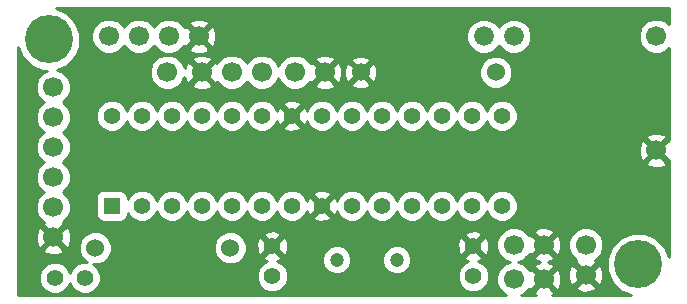
<source format=gbl>
G04 #@! TF.FileFunction,Copper,L2,Bot,Signal*
%FSLAX46Y46*%
G04 Gerber Fmt 4.6, Leading zero omitted, Abs format (unit mm)*
G04 Created by KiCad (PCBNEW 0.201507042246+5884~23~ubuntu15.04.1-product) date Mon 06 Jul 2015 21:28:29 BST*
%MOMM*%
G01*
G04 APERTURE LIST*
%ADD10C,0.150000*%
%ADD11C,1.700000*%
%ADD12C,1.524000*%
%ADD13C,1.397000*%
%ADD14C,1.200000*%
%ADD15R,1.397000X1.397000*%
%ADD16C,1.676400*%
%ADD17C,4.064000*%
%ADD18C,0.889000*%
%ADD19C,0.254000*%
G04 APERTURE END LIST*
D10*
D11*
X200406000Y-142367000D03*
X200406000Y-132715000D03*
X149352000Y-144653000D03*
X149352000Y-142113000D03*
X149352000Y-147193000D03*
X149352000Y-149733000D03*
X149352000Y-139573000D03*
X149352000Y-137033000D03*
D12*
X152908000Y-150622000D03*
X164338000Y-150622000D03*
X175387000Y-135763000D03*
X186817000Y-135763000D03*
D13*
X167894000Y-153035000D03*
X167894000Y-150495000D03*
X184912000Y-153035000D03*
X184912000Y-150495000D03*
X152019000Y-153162000D03*
X149479000Y-153162000D03*
D11*
X164465000Y-135763000D03*
X167005000Y-135763000D03*
X161925000Y-135763000D03*
X172339000Y-135763000D03*
X169799000Y-135763000D03*
D14*
X178435000Y-151638000D03*
X173355000Y-151638000D03*
D11*
X194437000Y-150368000D03*
X194437000Y-152908000D03*
D13*
X156845000Y-147066000D03*
X159385000Y-147066000D03*
X161925000Y-147066000D03*
X164465000Y-147066000D03*
X167005000Y-147066000D03*
X169545000Y-147066000D03*
X172085000Y-147066000D03*
X174625000Y-147066000D03*
X177165000Y-147066000D03*
X179705000Y-147066000D03*
X182245000Y-147066000D03*
X184785000Y-147066000D03*
X187325000Y-147066000D03*
D15*
X154305000Y-147066000D03*
D13*
X187325000Y-139446000D03*
X184785000Y-139446000D03*
X182245000Y-139446000D03*
X179705000Y-139446000D03*
X177165000Y-139446000D03*
X174625000Y-139446000D03*
X172085000Y-139446000D03*
X169545000Y-139446000D03*
X167005000Y-139446000D03*
X164465000Y-139446000D03*
X161925000Y-139446000D03*
X159385000Y-139446000D03*
X156845000Y-139446000D03*
X154305000Y-139446000D03*
D11*
X190881000Y-153289000D03*
X188341000Y-153289000D03*
X190881000Y-150368000D03*
X188341000Y-150368000D03*
X159004000Y-135763000D03*
X159131000Y-132715000D03*
X156591000Y-132715000D03*
X161671000Y-132715000D03*
X154051000Y-132715000D03*
D16*
X185801000Y-132715000D03*
X188341000Y-132715000D03*
D17*
X148971000Y-132969000D03*
X198882000Y-152019000D03*
D18*
X159385000Y-147066000D03*
D19*
G36*
X201499000Y-131707967D02*
X201248283Y-131456812D01*
X200702681Y-131230258D01*
X200111911Y-131229743D01*
X199565914Y-131455344D01*
X199147812Y-131872717D01*
X198921258Y-132418319D01*
X198920743Y-133009089D01*
X199146344Y-133555086D01*
X199563717Y-133973188D01*
X200109319Y-134199742D01*
X200700089Y-134200257D01*
X201246086Y-133974656D01*
X201499000Y-133722183D01*
X201499000Y-141518312D01*
X201449958Y-141502647D01*
X200585605Y-142367000D01*
X201449958Y-143231353D01*
X201499000Y-143215688D01*
X201499000Y-151368701D01*
X201144291Y-150510239D01*
X200394707Y-149759345D01*
X199414827Y-149352464D01*
X198353828Y-149351538D01*
X197373239Y-149756709D01*
X196622345Y-150506293D01*
X196215464Y-151486173D01*
X196214538Y-152547172D01*
X196619709Y-153527761D01*
X197369293Y-154278655D01*
X198229877Y-154636000D01*
X191540166Y-154636000D01*
X191665080Y-154584259D01*
X191745353Y-154332958D01*
X191615654Y-154203259D01*
X193652920Y-154203259D01*
X194208279Y-154404718D01*
X194798458Y-154378315D01*
X195221080Y-154203259D01*
X195301353Y-153951958D01*
X195121748Y-153772353D01*
X195480958Y-153772353D01*
X195732259Y-153692080D01*
X195933718Y-153136721D01*
X195907315Y-152546542D01*
X195732259Y-152123920D01*
X195480958Y-152043647D01*
X194616605Y-152908000D01*
X194257395Y-152908000D01*
X194257395Y-152908000D01*
X193393042Y-152043647D01*
X193141741Y-152123920D01*
X192940282Y-152679279D01*
X192966685Y-153269458D01*
X193141741Y-153692080D01*
X193393042Y-153772353D01*
X194257395Y-152908000D01*
X194616605Y-152908000D01*
X194257395Y-152908000D01*
X194257395Y-152908000D01*
X194616605Y-152908000D01*
X195480958Y-153772353D01*
X195121748Y-153772353D01*
X194437000Y-153087605D01*
X193572647Y-153951958D01*
X192220196Y-153951958D01*
X192377718Y-153517721D01*
X192351315Y-152927542D01*
X192176259Y-152504920D01*
X191924958Y-152424647D01*
X191060605Y-153289000D01*
X191924958Y-154153353D01*
X192176259Y-154073080D01*
X192220196Y-153951958D01*
X193572647Y-153951958D01*
X192220196Y-153951958D01*
X192220196Y-153951958D01*
X193572647Y-153951958D01*
X193652920Y-154203259D01*
X191615654Y-154203259D01*
X190881000Y-153468605D01*
X190016647Y-154332958D01*
X190096920Y-154584259D01*
X190239554Y-154636000D01*
X188969697Y-154636000D01*
X189181086Y-154548656D01*
X189599188Y-154131283D01*
X189618951Y-154083688D01*
X189837042Y-154153353D01*
X190701395Y-153289000D01*
X189837042Y-152424647D01*
X189619360Y-152494181D01*
X189600656Y-152448914D01*
X189183283Y-152030812D01*
X188695535Y-151828281D01*
X189181086Y-151627656D01*
X189397160Y-151411958D01*
X190016647Y-151411958D01*
X190096920Y-151663259D01*
X190524740Y-151818452D01*
X190519542Y-151818685D01*
X190096920Y-151993741D01*
X190016647Y-152245042D01*
X190881000Y-153109395D01*
X191745353Y-152245042D01*
X191665080Y-151993741D01*
X191237260Y-151838548D01*
X191242458Y-151838315D01*
X191665080Y-151663259D01*
X191676921Y-151626188D01*
X193594717Y-151626188D01*
X193642312Y-151645951D01*
X193572647Y-151864042D01*
X194437000Y-152728395D01*
X195301353Y-151864042D01*
X195231819Y-151646360D01*
X195277086Y-151627656D01*
X195695188Y-151210283D01*
X195921742Y-150664681D01*
X195922257Y-150073911D01*
X195696656Y-149527914D01*
X195279283Y-149109812D01*
X194733681Y-148883258D01*
X194142911Y-148882743D01*
X193596914Y-149108344D01*
X191676453Y-149108344D01*
X191665080Y-149072741D01*
X191109721Y-148871282D01*
X190519542Y-148897685D01*
X190096920Y-149072741D01*
X190016647Y-149324042D01*
X190881000Y-150188395D01*
X191745353Y-149324042D01*
X191676453Y-149108344D01*
X193596914Y-149108344D01*
X191676453Y-149108344D01*
X191676453Y-149108344D01*
X193596914Y-149108344D01*
X193178812Y-149525717D01*
X191994050Y-149525717D01*
X191924958Y-149503647D01*
X191060605Y-150368000D01*
X191924958Y-151232353D01*
X192176259Y-151152080D01*
X192377718Y-150596721D01*
X192351315Y-150006542D01*
X192176259Y-149583920D01*
X191994050Y-149525717D01*
X193178812Y-149525717D01*
X191994050Y-149525717D01*
X191994050Y-149525717D01*
X193178812Y-149525717D01*
X192952258Y-150071319D01*
X192951743Y-150662089D01*
X193177344Y-151208086D01*
X193594717Y-151626188D01*
X191676921Y-151626188D01*
X191745353Y-151411958D01*
X190881000Y-150547605D01*
X190016647Y-151411958D01*
X189397160Y-151411958D01*
X189599188Y-151210283D01*
X189618951Y-151162688D01*
X189837042Y-151232353D01*
X190701395Y-150368000D01*
X189837042Y-149503647D01*
X189619360Y-149573181D01*
X189600656Y-149527914D01*
X189183283Y-149109812D01*
X188637681Y-148883258D01*
X188046911Y-148882743D01*
X187500914Y-149108344D01*
X187082812Y-149525717D01*
X186856258Y-150071319D01*
X186855743Y-150662089D01*
X187081344Y-151208086D01*
X187498717Y-151626188D01*
X187986465Y-151828719D01*
X187500914Y-152029344D01*
X187082812Y-152446717D01*
X186856258Y-152992319D01*
X186855743Y-153583089D01*
X187081344Y-154129086D01*
X187498717Y-154547188D01*
X187712600Y-154636000D01*
X146354000Y-154636000D01*
X146354000Y-151412303D01*
X151722990Y-151412303D01*
X152115630Y-151805629D01*
X152171028Y-151828632D01*
X151754914Y-151828269D01*
X151264620Y-152030854D01*
X150889173Y-152405647D01*
X150748906Y-152743446D01*
X150610146Y-152407620D01*
X150235353Y-152032173D01*
X149745413Y-151828732D01*
X149214914Y-151828269D01*
X148724620Y-152030854D01*
X148349173Y-152405647D01*
X148145732Y-152895587D01*
X148145269Y-153426086D01*
X148347854Y-153916380D01*
X148722647Y-154291827D01*
X149212587Y-154495268D01*
X149743086Y-154495731D01*
X150233380Y-154293146D01*
X150608827Y-153918353D01*
X150749094Y-153580554D01*
X150887854Y-153916380D01*
X151262647Y-154291827D01*
X151752587Y-154495268D01*
X152283086Y-154495731D01*
X152773380Y-154293146D01*
X153148827Y-153918353D01*
X153352268Y-153428413D01*
X153352731Y-152897914D01*
X153150146Y-152407620D01*
X153021398Y-152278647D01*
X166764173Y-152278647D01*
X166560732Y-152768587D01*
X166560269Y-153299086D01*
X166762854Y-153789380D01*
X167137647Y-154164827D01*
X167627587Y-154368268D01*
X168158086Y-154368731D01*
X168648380Y-154166146D01*
X169023827Y-153791353D01*
X169227268Y-153301413D01*
X169227270Y-153299086D01*
X183578269Y-153299086D01*
X183780854Y-153789380D01*
X184155647Y-154164827D01*
X184645587Y-154368268D01*
X185176086Y-154368731D01*
X185666380Y-154166146D01*
X186041827Y-153791353D01*
X186245268Y-153301413D01*
X186245731Y-152770914D01*
X186043146Y-152280620D01*
X185668353Y-151905173D01*
X185346882Y-151771686D01*
X185604929Y-151664800D01*
X185666583Y-151429188D01*
X185486978Y-151249583D01*
X185846188Y-151249583D01*
X186081800Y-151187929D01*
X186257927Y-150687520D01*
X186229148Y-150157801D01*
X186081800Y-149802071D01*
X185846188Y-149740417D01*
X185091605Y-150495000D01*
X184732395Y-150495000D01*
X184732395Y-150495000D01*
X184552790Y-150315395D01*
X184912000Y-150315395D01*
X185666583Y-149560812D01*
X185604929Y-149325200D01*
X185104520Y-149149073D01*
X184574801Y-149177852D01*
X168168287Y-149177852D01*
X168086520Y-149149073D01*
X167556801Y-149177852D01*
X167201071Y-149325200D01*
X167139417Y-149560812D01*
X167894000Y-150315395D01*
X168648583Y-149560812D01*
X168586929Y-149325200D01*
X168168287Y-149177852D01*
X184574801Y-149177852D01*
X168168287Y-149177852D01*
X168168287Y-149177852D01*
X184574801Y-149177852D01*
X184219071Y-149325200D01*
X184157417Y-149560812D01*
X184912000Y-150315395D01*
X184552790Y-150315395D01*
X183977812Y-149740417D01*
X183742200Y-149802071D01*
X183566073Y-150302480D01*
X183594852Y-150832199D01*
X183742200Y-151187929D01*
X183977812Y-151249583D01*
X184732395Y-150495000D01*
X185091605Y-150495000D01*
X184732395Y-150495000D01*
X184732395Y-150495000D01*
X185091605Y-150495000D01*
X185846188Y-151249583D01*
X185486978Y-151249583D01*
X184912000Y-150674605D01*
X184157417Y-151429188D01*
X179670182Y-151429188D01*
X179670214Y-151393421D01*
X179482592Y-150939343D01*
X179135485Y-150591629D01*
X178681734Y-150403215D01*
X178190421Y-150402786D01*
X177736343Y-150590408D01*
X177388629Y-150937515D01*
X177200215Y-151391266D01*
X177199786Y-151882579D01*
X177387408Y-152336657D01*
X177734515Y-152684371D01*
X178188266Y-152872785D01*
X178679579Y-152873214D01*
X179133657Y-152685592D01*
X179481371Y-152338485D01*
X179669785Y-151884734D01*
X179670182Y-151429188D01*
X184157417Y-151429188D01*
X179670182Y-151429188D01*
X179670182Y-151429188D01*
X184157417Y-151429188D01*
X184219071Y-151664800D01*
X184498312Y-151763083D01*
X184157620Y-151903854D01*
X183782173Y-152278647D01*
X183578732Y-152768587D01*
X183578269Y-153299086D01*
X169227270Y-153299086D01*
X169227731Y-152770914D01*
X169025146Y-152280620D01*
X168650353Y-151905173D01*
X168328882Y-151771686D01*
X168586929Y-151664800D01*
X168648583Y-151429188D01*
X168610661Y-151391266D01*
X172120215Y-151391266D01*
X172119786Y-151882579D01*
X172307408Y-152336657D01*
X172654515Y-152684371D01*
X173108266Y-152872785D01*
X173599579Y-152873214D01*
X174053657Y-152685592D01*
X174401371Y-152338485D01*
X174589785Y-151884734D01*
X174590214Y-151393421D01*
X174402592Y-150939343D01*
X174055485Y-150591629D01*
X173601734Y-150403215D01*
X173110421Y-150402786D01*
X172656343Y-150590408D01*
X169234652Y-150590408D01*
X169211148Y-150157801D01*
X169063800Y-149802071D01*
X168828188Y-149740417D01*
X168073605Y-150495000D01*
X168828188Y-151249583D01*
X169063800Y-151187929D01*
X169239927Y-150687520D01*
X169234652Y-150590408D01*
X172656343Y-150590408D01*
X169234652Y-150590408D01*
X169234652Y-150590408D01*
X172656343Y-150590408D01*
X172308629Y-150937515D01*
X172120215Y-151391266D01*
X168610661Y-151391266D01*
X167894000Y-150674605D01*
X167139417Y-151429188D01*
X165506785Y-151429188D01*
X165521629Y-151414370D01*
X165734757Y-150901100D01*
X165735242Y-150345339D01*
X165523010Y-149831697D01*
X165493436Y-149802071D01*
X166724200Y-149802071D01*
X166548073Y-150302480D01*
X166576852Y-150832199D01*
X166724200Y-151187929D01*
X166959812Y-151249583D01*
X167714395Y-150495000D01*
X166959812Y-149740417D01*
X166724200Y-149802071D01*
X165493436Y-149802071D01*
X165130370Y-149438371D01*
X164617100Y-149225243D01*
X164061339Y-149224758D01*
X163547697Y-149436990D01*
X163154371Y-149829630D01*
X162941243Y-150342900D01*
X162940758Y-150898661D01*
X163152990Y-151412303D01*
X163545630Y-151805629D01*
X164058900Y-152018757D01*
X164614661Y-152019242D01*
X165128303Y-151807010D01*
X165506785Y-151429188D01*
X167139417Y-151429188D01*
X165506785Y-151429188D01*
X165506785Y-151429188D01*
X167139417Y-151429188D01*
X167201071Y-151664800D01*
X167480312Y-151763083D01*
X167139620Y-151903854D01*
X166764173Y-152278647D01*
X153021398Y-152278647D01*
X152775353Y-152032173D01*
X152743284Y-152018857D01*
X153184661Y-152019242D01*
X153698303Y-151807010D01*
X154091629Y-151414370D01*
X154304757Y-150901100D01*
X154305242Y-150345339D01*
X154093010Y-149831697D01*
X153700370Y-149438371D01*
X153187100Y-149225243D01*
X152631339Y-149224758D01*
X152117697Y-149436990D01*
X150825243Y-149436990D01*
X150822315Y-149371542D01*
X150647259Y-148948920D01*
X150395958Y-148868647D01*
X149531605Y-149733000D01*
X150395958Y-150597353D01*
X150647259Y-150517080D01*
X150848718Y-149961721D01*
X150825243Y-149436990D01*
X152117697Y-149436990D01*
X150825243Y-149436990D01*
X150825243Y-149436990D01*
X152117697Y-149436990D01*
X151724371Y-149829630D01*
X151511243Y-150342900D01*
X151510758Y-150898661D01*
X150177477Y-150898661D01*
X150216353Y-150776958D01*
X149352000Y-149912605D01*
X148487647Y-150776958D01*
X148567920Y-151028259D01*
X149123279Y-151229718D01*
X149713458Y-151203315D01*
X150136080Y-151028259D01*
X150177477Y-150898661D01*
X151510758Y-150898661D01*
X150177477Y-150898661D01*
X150177477Y-150898661D01*
X151510758Y-150898661D01*
X151722990Y-151412303D01*
X146354000Y-151412303D01*
X146354000Y-148948920D01*
X148056741Y-148948920D01*
X147855282Y-149504279D01*
X147881685Y-150094458D01*
X148056741Y-150517080D01*
X148308042Y-150597353D01*
X149172395Y-149733000D01*
X148308042Y-148868647D01*
X148056741Y-148948920D01*
X146354000Y-148948920D01*
X146354000Y-133619299D01*
X146708709Y-134477761D01*
X147458293Y-135228655D01*
X148438173Y-135635536D01*
X148844577Y-135635891D01*
X148511914Y-135773344D01*
X148093812Y-136190717D01*
X147867258Y-136736319D01*
X147866743Y-137327089D01*
X148092344Y-137873086D01*
X148509717Y-138291188D01*
X148537557Y-138302748D01*
X148511914Y-138313344D01*
X148093812Y-138730717D01*
X147867258Y-139276319D01*
X147866743Y-139867089D01*
X148092344Y-140413086D01*
X148509717Y-140831188D01*
X148537557Y-140842748D01*
X148511914Y-140853344D01*
X148093812Y-141270717D01*
X147867258Y-141816319D01*
X147866743Y-142407089D01*
X148092344Y-142953086D01*
X148509717Y-143371188D01*
X148537557Y-143382748D01*
X148511914Y-143393344D01*
X148093812Y-143810717D01*
X147867258Y-144356319D01*
X147866743Y-144947089D01*
X148092344Y-145493086D01*
X148509717Y-145911188D01*
X148537557Y-145922748D01*
X148511914Y-145933344D01*
X148093812Y-146350717D01*
X147867258Y-146896319D01*
X147866743Y-147487089D01*
X148092344Y-148033086D01*
X148509717Y-148451188D01*
X148557312Y-148470951D01*
X148487647Y-148689042D01*
X149352000Y-149553395D01*
X150216353Y-148689042D01*
X150146819Y-148471360D01*
X150192086Y-148452656D01*
X150610188Y-148035283D01*
X150836742Y-147489681D01*
X150837257Y-146898911D01*
X150611656Y-146352914D01*
X150194283Y-145934812D01*
X150166443Y-145923252D01*
X150192086Y-145912656D01*
X150385018Y-145720060D01*
X153606500Y-145720060D01*
X153364377Y-145767037D01*
X153151573Y-145906827D01*
X153009123Y-146117860D01*
X152959060Y-146367500D01*
X152959060Y-147764500D01*
X153006037Y-148006623D01*
X153145827Y-148219427D01*
X153356860Y-148361877D01*
X153606500Y-148411940D01*
X155003500Y-148411940D01*
X155245623Y-148364963D01*
X155458427Y-148225173D01*
X155600877Y-148014140D01*
X155650940Y-147764500D01*
X155650940Y-147668116D01*
X155713854Y-147820380D01*
X156088647Y-148195827D01*
X156578587Y-148399268D01*
X157109086Y-148399731D01*
X157599380Y-148197146D01*
X157974827Y-147822353D01*
X158115094Y-147484554D01*
X158253854Y-147820380D01*
X158628647Y-148195827D01*
X159118587Y-148399268D01*
X159649086Y-148399731D01*
X160139380Y-148197146D01*
X160514827Y-147822353D01*
X160655094Y-147484554D01*
X160793854Y-147820380D01*
X161168647Y-148195827D01*
X161658587Y-148399268D01*
X162189086Y-148399731D01*
X162679380Y-148197146D01*
X163054827Y-147822353D01*
X163195094Y-147484554D01*
X163333854Y-147820380D01*
X163708647Y-148195827D01*
X164198587Y-148399268D01*
X164729086Y-148399731D01*
X165219380Y-148197146D01*
X165594827Y-147822353D01*
X165735094Y-147484554D01*
X165873854Y-147820380D01*
X166248647Y-148195827D01*
X166738587Y-148399268D01*
X167269086Y-148399731D01*
X167759380Y-148197146D01*
X168134827Y-147822353D01*
X168275094Y-147484554D01*
X168413854Y-147820380D01*
X168788647Y-148195827D01*
X169278587Y-148399268D01*
X169809086Y-148399731D01*
X170299380Y-148197146D01*
X170496681Y-148000188D01*
X171330417Y-148000188D01*
X171392071Y-148235800D01*
X171892480Y-148411927D01*
X172422199Y-148383148D01*
X172777929Y-148235800D01*
X172839583Y-148000188D01*
X172085000Y-147245605D01*
X171330417Y-148000188D01*
X170496681Y-148000188D01*
X170674827Y-147822353D01*
X170808314Y-147500882D01*
X170915200Y-147758929D01*
X171150812Y-147820583D01*
X171905395Y-147066000D01*
X172264605Y-147066000D01*
X173019188Y-147820583D01*
X173254800Y-147758929D01*
X173353083Y-147479688D01*
X173493854Y-147820380D01*
X173868647Y-148195827D01*
X174358587Y-148399268D01*
X174889086Y-148399731D01*
X175379380Y-148197146D01*
X175754827Y-147822353D01*
X175895094Y-147484554D01*
X176033854Y-147820380D01*
X176408647Y-148195827D01*
X176898587Y-148399268D01*
X177429086Y-148399731D01*
X177919380Y-148197146D01*
X178294827Y-147822353D01*
X178435094Y-147484554D01*
X178573854Y-147820380D01*
X178948647Y-148195827D01*
X179438587Y-148399268D01*
X179969086Y-148399731D01*
X180459380Y-148197146D01*
X180834827Y-147822353D01*
X180975094Y-147484554D01*
X181113854Y-147820380D01*
X181488647Y-148195827D01*
X181978587Y-148399268D01*
X182509086Y-148399731D01*
X182999380Y-148197146D01*
X183374827Y-147822353D01*
X183515094Y-147484554D01*
X183653854Y-147820380D01*
X184028647Y-148195827D01*
X184518587Y-148399268D01*
X185049086Y-148399731D01*
X185539380Y-148197146D01*
X185914827Y-147822353D01*
X186055094Y-147484554D01*
X186193854Y-147820380D01*
X186568647Y-148195827D01*
X187058587Y-148399268D01*
X187589086Y-148399731D01*
X188079380Y-148197146D01*
X188454827Y-147822353D01*
X188658268Y-147332413D01*
X188658731Y-146801914D01*
X188456146Y-146311620D01*
X188081353Y-145936173D01*
X187591413Y-145732732D01*
X187060914Y-145732269D01*
X186570620Y-145934854D01*
X186195173Y-146309647D01*
X186054906Y-146647446D01*
X185916146Y-146311620D01*
X185541353Y-145936173D01*
X185051413Y-145732732D01*
X184520914Y-145732269D01*
X184030620Y-145934854D01*
X183655173Y-146309647D01*
X183514906Y-146647446D01*
X183376146Y-146311620D01*
X183001353Y-145936173D01*
X182511413Y-145732732D01*
X181980914Y-145732269D01*
X181490620Y-145934854D01*
X181115173Y-146309647D01*
X180974906Y-146647446D01*
X180836146Y-146311620D01*
X180461353Y-145936173D01*
X179971413Y-145732732D01*
X179440914Y-145732269D01*
X178950620Y-145934854D01*
X178575173Y-146309647D01*
X178434906Y-146647446D01*
X178296146Y-146311620D01*
X177921353Y-145936173D01*
X177431413Y-145732732D01*
X176900914Y-145732269D01*
X176410620Y-145934854D01*
X176035173Y-146309647D01*
X175894906Y-146647446D01*
X175756146Y-146311620D01*
X175381353Y-145936173D01*
X174891413Y-145732732D01*
X174360914Y-145732269D01*
X172312172Y-145732269D01*
X172277520Y-145720073D01*
X171747801Y-145748852D01*
X171392071Y-145896200D01*
X171330417Y-146131812D01*
X172085000Y-146886395D01*
X172839583Y-146131812D01*
X172777929Y-145896200D01*
X172312172Y-145732269D01*
X174360914Y-145732269D01*
X172312172Y-145732269D01*
X172312172Y-145732269D01*
X174360914Y-145732269D01*
X173870620Y-145934854D01*
X173495173Y-146309647D01*
X173361686Y-146631118D01*
X173254800Y-146373071D01*
X173019188Y-146311417D01*
X172264605Y-147066000D01*
X171905395Y-147066000D01*
X171905395Y-147066000D01*
X171150812Y-146311417D01*
X170915200Y-146373071D01*
X170816917Y-146652312D01*
X170676146Y-146311620D01*
X170301353Y-145936173D01*
X169811413Y-145732732D01*
X169280914Y-145732269D01*
X168790620Y-145934854D01*
X168415173Y-146309647D01*
X168274906Y-146647446D01*
X168136146Y-146311620D01*
X167761353Y-145936173D01*
X167271413Y-145732732D01*
X166740914Y-145732269D01*
X166250620Y-145934854D01*
X165875173Y-146309647D01*
X165734906Y-146647446D01*
X165596146Y-146311620D01*
X165221353Y-145936173D01*
X164731413Y-145732732D01*
X164200914Y-145732269D01*
X163710620Y-145934854D01*
X163335173Y-146309647D01*
X163194906Y-146647446D01*
X163056146Y-146311620D01*
X162681353Y-145936173D01*
X162191413Y-145732732D01*
X161660914Y-145732269D01*
X161170620Y-145934854D01*
X160795173Y-146309647D01*
X160654906Y-146647446D01*
X160516146Y-146311620D01*
X160141353Y-145936173D01*
X159651413Y-145732732D01*
X159120914Y-145732269D01*
X158630620Y-145934854D01*
X158255173Y-146309647D01*
X158114906Y-146647446D01*
X157976146Y-146311620D01*
X157601353Y-145936173D01*
X157111413Y-145732732D01*
X156580914Y-145732269D01*
X156090620Y-145934854D01*
X155715173Y-146309647D01*
X155650940Y-146464337D01*
X155650940Y-146367500D01*
X155603963Y-146125377D01*
X155464173Y-145912573D01*
X155253140Y-145770123D01*
X155003500Y-145720060D01*
X153606500Y-145720060D01*
X150385018Y-145720060D01*
X150610188Y-145495283D01*
X150836742Y-144949681D01*
X150837257Y-144358911D01*
X150611656Y-143812914D01*
X150210401Y-143410958D01*
X199541647Y-143410958D01*
X199621920Y-143662259D01*
X200177279Y-143863718D01*
X200767458Y-143837315D01*
X201190080Y-143662259D01*
X201270353Y-143410958D01*
X200406000Y-142546605D01*
X199541647Y-143410958D01*
X150210401Y-143410958D01*
X150194283Y-143394812D01*
X150166443Y-143383252D01*
X150192086Y-143372656D01*
X150610188Y-142955283D01*
X150836742Y-142409681D01*
X150837257Y-141818911D01*
X150739748Y-141582920D01*
X199110741Y-141582920D01*
X198909282Y-142138279D01*
X198935685Y-142728458D01*
X199110741Y-143151080D01*
X199362042Y-143231353D01*
X200226395Y-142367000D01*
X199362042Y-141502647D01*
X199110741Y-141582920D01*
X150739748Y-141582920D01*
X150611656Y-141272914D01*
X150236083Y-140896685D01*
X200044542Y-140896685D01*
X199621920Y-141071741D01*
X199541647Y-141323042D01*
X200406000Y-142187395D01*
X201270353Y-141323042D01*
X201190080Y-141071741D01*
X200634721Y-140870282D01*
X200044542Y-140896685D01*
X150236083Y-140896685D01*
X150194283Y-140854812D01*
X150166443Y-140843252D01*
X150192086Y-140832656D01*
X150232886Y-140791927D01*
X169352480Y-140791927D01*
X169882199Y-140763148D01*
X170237929Y-140615800D01*
X170299583Y-140380188D01*
X169545000Y-139625605D01*
X168790417Y-140380188D01*
X167956681Y-140380188D01*
X168134827Y-140202353D01*
X168268314Y-139880882D01*
X168375200Y-140138929D01*
X168610812Y-140200583D01*
X169365395Y-139446000D01*
X169724605Y-139446000D01*
X170479188Y-140200583D01*
X170714800Y-140138929D01*
X170813083Y-139859688D01*
X170953854Y-140200380D01*
X171328647Y-140575827D01*
X171818587Y-140779268D01*
X172349086Y-140779731D01*
X172839380Y-140577146D01*
X173214827Y-140202353D01*
X173355094Y-139864554D01*
X173493854Y-140200380D01*
X173868647Y-140575827D01*
X174358587Y-140779268D01*
X174889086Y-140779731D01*
X175379380Y-140577146D01*
X175754827Y-140202353D01*
X175895094Y-139864554D01*
X176033854Y-140200380D01*
X176408647Y-140575827D01*
X176898587Y-140779268D01*
X177429086Y-140779731D01*
X177919380Y-140577146D01*
X178294827Y-140202353D01*
X178435094Y-139864554D01*
X178573854Y-140200380D01*
X178948647Y-140575827D01*
X179438587Y-140779268D01*
X179969086Y-140779731D01*
X180459380Y-140577146D01*
X180834827Y-140202353D01*
X180975094Y-139864554D01*
X181113854Y-140200380D01*
X181488647Y-140575827D01*
X181978587Y-140779268D01*
X182509086Y-140779731D01*
X182999380Y-140577146D01*
X183374827Y-140202353D01*
X183515094Y-139864554D01*
X183653854Y-140200380D01*
X184028647Y-140575827D01*
X184518587Y-140779268D01*
X185049086Y-140779731D01*
X185539380Y-140577146D01*
X185914827Y-140202353D01*
X186055094Y-139864554D01*
X186193854Y-140200380D01*
X186568647Y-140575827D01*
X187058587Y-140779268D01*
X187589086Y-140779731D01*
X188079380Y-140577146D01*
X188454827Y-140202353D01*
X188658268Y-139712413D01*
X188658731Y-139181914D01*
X188456146Y-138691620D01*
X188081353Y-138316173D01*
X187591413Y-138112732D01*
X187060914Y-138112269D01*
X186570620Y-138314854D01*
X186195173Y-138689647D01*
X186054906Y-139027446D01*
X185916146Y-138691620D01*
X185541353Y-138316173D01*
X185051413Y-138112732D01*
X184520914Y-138112269D01*
X184030620Y-138314854D01*
X183655173Y-138689647D01*
X183514906Y-139027446D01*
X183376146Y-138691620D01*
X183001353Y-138316173D01*
X182511413Y-138112732D01*
X181980914Y-138112269D01*
X181490620Y-138314854D01*
X181115173Y-138689647D01*
X180974906Y-139027446D01*
X180836146Y-138691620D01*
X180461353Y-138316173D01*
X179971413Y-138112732D01*
X179440914Y-138112269D01*
X178950620Y-138314854D01*
X178575173Y-138689647D01*
X178434906Y-139027446D01*
X178296146Y-138691620D01*
X177921353Y-138316173D01*
X177431413Y-138112732D01*
X176900914Y-138112269D01*
X176410620Y-138314854D01*
X176035173Y-138689647D01*
X175894906Y-139027446D01*
X175756146Y-138691620D01*
X175381353Y-138316173D01*
X174891413Y-138112732D01*
X174360914Y-138112269D01*
X173870620Y-138314854D01*
X173495173Y-138689647D01*
X173354906Y-139027446D01*
X173216146Y-138691620D01*
X172841353Y-138316173D01*
X172351413Y-138112732D01*
X171820914Y-138112269D01*
X169772172Y-138112269D01*
X169737520Y-138100073D01*
X169207801Y-138128852D01*
X168852071Y-138276200D01*
X168790417Y-138511812D01*
X169545000Y-139266395D01*
X170299583Y-138511812D01*
X170237929Y-138276200D01*
X169772172Y-138112269D01*
X171820914Y-138112269D01*
X169772172Y-138112269D01*
X169772172Y-138112269D01*
X171820914Y-138112269D01*
X171330620Y-138314854D01*
X170955173Y-138689647D01*
X170821686Y-139011118D01*
X170714800Y-138753071D01*
X170479188Y-138691417D01*
X169724605Y-139446000D01*
X169365395Y-139446000D01*
X169365395Y-139446000D01*
X168610812Y-138691417D01*
X168375200Y-138753071D01*
X168276917Y-139032312D01*
X168136146Y-138691620D01*
X167761353Y-138316173D01*
X167271413Y-138112732D01*
X166740914Y-138112269D01*
X166250620Y-138314854D01*
X165875173Y-138689647D01*
X165734906Y-139027446D01*
X165596146Y-138691620D01*
X165221353Y-138316173D01*
X164731413Y-138112732D01*
X164200914Y-138112269D01*
X163710620Y-138314854D01*
X163335173Y-138689647D01*
X163194906Y-139027446D01*
X163056146Y-138691620D01*
X162681353Y-138316173D01*
X162191413Y-138112732D01*
X161660914Y-138112269D01*
X161170620Y-138314854D01*
X160795173Y-138689647D01*
X160654906Y-139027446D01*
X160516146Y-138691620D01*
X160141353Y-138316173D01*
X159651413Y-138112732D01*
X159120914Y-138112269D01*
X158630620Y-138314854D01*
X158255173Y-138689647D01*
X158114906Y-139027446D01*
X157976146Y-138691620D01*
X157601353Y-138316173D01*
X157111413Y-138112732D01*
X156580914Y-138112269D01*
X156090620Y-138314854D01*
X155715173Y-138689647D01*
X155574906Y-139027446D01*
X155436146Y-138691620D01*
X155061353Y-138316173D01*
X154571413Y-138112732D01*
X154040914Y-138112269D01*
X153550620Y-138314854D01*
X153175173Y-138689647D01*
X152971732Y-139179587D01*
X152971269Y-139710086D01*
X153173854Y-140200380D01*
X153548647Y-140575827D01*
X154038587Y-140779268D01*
X154569086Y-140779731D01*
X155059380Y-140577146D01*
X155434827Y-140202353D01*
X155575094Y-139864554D01*
X155713854Y-140200380D01*
X156088647Y-140575827D01*
X156578587Y-140779268D01*
X157109086Y-140779731D01*
X157599380Y-140577146D01*
X157974827Y-140202353D01*
X158115094Y-139864554D01*
X158253854Y-140200380D01*
X158628647Y-140575827D01*
X159118587Y-140779268D01*
X159649086Y-140779731D01*
X160139380Y-140577146D01*
X160514827Y-140202353D01*
X160655094Y-139864554D01*
X160793854Y-140200380D01*
X161168647Y-140575827D01*
X161658587Y-140779268D01*
X162189086Y-140779731D01*
X162679380Y-140577146D01*
X163054827Y-140202353D01*
X163195094Y-139864554D01*
X163333854Y-140200380D01*
X163708647Y-140575827D01*
X164198587Y-140779268D01*
X164729086Y-140779731D01*
X165219380Y-140577146D01*
X165594827Y-140202353D01*
X165735094Y-139864554D01*
X165873854Y-140200380D01*
X166248647Y-140575827D01*
X166738587Y-140779268D01*
X167269086Y-140779731D01*
X167759380Y-140577146D01*
X167956681Y-140380188D01*
X168790417Y-140380188D01*
X167956681Y-140380188D01*
X167956681Y-140380188D01*
X168790417Y-140380188D01*
X168852071Y-140615800D01*
X169352480Y-140791927D01*
X150232886Y-140791927D01*
X150610188Y-140415283D01*
X150836742Y-139869681D01*
X150837257Y-139278911D01*
X150611656Y-138732914D01*
X150194283Y-138314812D01*
X150166443Y-138303252D01*
X150192086Y-138292656D01*
X150610188Y-137875283D01*
X150836742Y-137329681D01*
X150836802Y-137259718D01*
X161696279Y-137259718D01*
X162286458Y-137233315D01*
X162709080Y-137058259D01*
X162789353Y-136806958D01*
X161925000Y-135942605D01*
X161060647Y-136806958D01*
X160060160Y-136806958D01*
X160262188Y-136605283D01*
X160458260Y-136133089D01*
X160629741Y-136547080D01*
X160881042Y-136627353D01*
X161745395Y-135763000D01*
X160881042Y-134898647D01*
X160629741Y-134978920D01*
X160469415Y-135420889D01*
X160263656Y-134922914D01*
X159846283Y-134504812D01*
X159335426Y-134292685D01*
X161563542Y-134292685D01*
X161140920Y-134467741D01*
X161060647Y-134719042D01*
X161925000Y-135583395D01*
X162789353Y-134719042D01*
X162709080Y-134467741D01*
X162153721Y-134266282D01*
X161563542Y-134292685D01*
X159335426Y-134292685D01*
X159300681Y-134278258D01*
X158709911Y-134277743D01*
X158163914Y-134503344D01*
X157745812Y-134920717D01*
X157519258Y-135466319D01*
X157518743Y-136057089D01*
X157744344Y-136603086D01*
X158161717Y-137021188D01*
X158707319Y-137247742D01*
X159298089Y-137248257D01*
X159844086Y-137022656D01*
X160060160Y-136806958D01*
X161060647Y-136806958D01*
X160060160Y-136806958D01*
X160060160Y-136806958D01*
X161060647Y-136806958D01*
X161140920Y-137058259D01*
X161696279Y-137259718D01*
X172110279Y-137259718D01*
X172700458Y-137233315D01*
X173123080Y-137058259D01*
X173203353Y-136806958D01*
X173139608Y-136743213D01*
X174586392Y-136743213D01*
X174655857Y-136985397D01*
X175179302Y-137172144D01*
X175734368Y-137144362D01*
X176118143Y-136985397D01*
X176129262Y-136946629D01*
X186024630Y-136946629D01*
X186537900Y-137159757D01*
X187093661Y-137160242D01*
X187607303Y-136948010D01*
X188000629Y-136555370D01*
X188213757Y-136042100D01*
X188214242Y-135486339D01*
X188002010Y-134972697D01*
X187609370Y-134579371D01*
X187096100Y-134366243D01*
X186540339Y-134365758D01*
X186026697Y-134577990D01*
X176128867Y-134577990D01*
X176118143Y-134540603D01*
X175594698Y-134353856D01*
X175039632Y-134381638D01*
X174655857Y-134540603D01*
X174586392Y-134782787D01*
X175387000Y-135583395D01*
X176187608Y-134782787D01*
X176128867Y-134577990D01*
X186026697Y-134577990D01*
X176128867Y-134577990D01*
X176128867Y-134577990D01*
X186026697Y-134577990D01*
X185633371Y-134970630D01*
X176395935Y-134970630D01*
X176367213Y-134962392D01*
X175566605Y-135763000D01*
X176367213Y-136563608D01*
X176609397Y-136494143D01*
X176796144Y-135970698D01*
X176768362Y-135415632D01*
X176609397Y-135031857D01*
X176395935Y-134970630D01*
X185633371Y-134970630D01*
X176395935Y-134970630D01*
X176395935Y-134970630D01*
X185633371Y-134970630D01*
X185420243Y-135483900D01*
X185419758Y-136039661D01*
X185631990Y-136553303D01*
X186024630Y-136946629D01*
X176129262Y-136946629D01*
X176187608Y-136743213D01*
X175387000Y-135942605D01*
X174586392Y-136743213D01*
X173139608Y-136743213D01*
X172339000Y-135942605D01*
X171474647Y-136806958D01*
X170855160Y-136806958D01*
X171057188Y-136605283D01*
X171076951Y-136557688D01*
X171295042Y-136627353D01*
X172159395Y-135763000D01*
X172518605Y-135763000D01*
X173382958Y-136627353D01*
X173634259Y-136547080D01*
X173835718Y-135991721D01*
X173809315Y-135401542D01*
X173656187Y-135031857D01*
X174164603Y-135031857D01*
X173977856Y-135555302D01*
X174005638Y-136110368D01*
X174164603Y-136494143D01*
X174406787Y-136563608D01*
X175207395Y-135763000D01*
X174406787Y-134962392D01*
X174164603Y-135031857D01*
X173656187Y-135031857D01*
X173634259Y-134978920D01*
X173382958Y-134898647D01*
X172518605Y-135763000D01*
X172159395Y-135763000D01*
X172159395Y-135763000D01*
X171295042Y-134898647D01*
X171077360Y-134968181D01*
X171058656Y-134922914D01*
X170641283Y-134504812D01*
X170130426Y-134292685D01*
X171977542Y-134292685D01*
X171554920Y-134467741D01*
X171474647Y-134719042D01*
X172339000Y-135583395D01*
X173203353Y-134719042D01*
X173123080Y-134467741D01*
X172567721Y-134266282D01*
X171977542Y-134292685D01*
X170130426Y-134292685D01*
X170095681Y-134278258D01*
X169504911Y-134277743D01*
X168958914Y-134503344D01*
X168540812Y-134920717D01*
X168401938Y-135255162D01*
X168264656Y-134922914D01*
X167847283Y-134504812D01*
X167301681Y-134278258D01*
X166710911Y-134277743D01*
X166164914Y-134503344D01*
X165746812Y-134920717D01*
X165735252Y-134948557D01*
X165724656Y-134922914D01*
X165307283Y-134504812D01*
X164761681Y-134278258D01*
X164170911Y-134277743D01*
X163624914Y-134503344D01*
X163206812Y-134920717D01*
X163187049Y-134968312D01*
X162968958Y-134898647D01*
X162104605Y-135763000D01*
X162968958Y-136627353D01*
X163186640Y-136557819D01*
X163205344Y-136603086D01*
X163622717Y-137021188D01*
X164168319Y-137247742D01*
X164759089Y-137248257D01*
X165305086Y-137022656D01*
X165723188Y-136605283D01*
X165734748Y-136577443D01*
X165745344Y-136603086D01*
X166162717Y-137021188D01*
X166708319Y-137247742D01*
X167299089Y-137248257D01*
X167845086Y-137022656D01*
X168263188Y-136605283D01*
X168402062Y-136270838D01*
X168539344Y-136603086D01*
X168956717Y-137021188D01*
X169502319Y-137247742D01*
X170093089Y-137248257D01*
X170639086Y-137022656D01*
X170855160Y-136806958D01*
X171474647Y-136806958D01*
X170855160Y-136806958D01*
X170855160Y-136806958D01*
X171474647Y-136806958D01*
X171554920Y-137058259D01*
X172110279Y-137259718D01*
X161696279Y-137259718D01*
X161696279Y-137259718D01*
X150836802Y-137259718D01*
X150837257Y-136738911D01*
X150611656Y-136192914D01*
X150194283Y-135774812D01*
X149680583Y-135561505D01*
X150479761Y-135231291D01*
X151230655Y-134481707D01*
X151342764Y-134211718D01*
X161442279Y-134211718D01*
X162032458Y-134185315D01*
X162455080Y-134010259D01*
X162470115Y-133963190D01*
X184965409Y-133963190D01*
X185506677Y-134187944D01*
X186092752Y-134188455D01*
X186634411Y-133964647D01*
X187049190Y-133550591D01*
X187070775Y-133498608D01*
X187091353Y-133548411D01*
X187505409Y-133963190D01*
X188046677Y-134187944D01*
X188632752Y-134188455D01*
X189174411Y-133964647D01*
X189589190Y-133550591D01*
X189813944Y-133009323D01*
X189814455Y-132423248D01*
X189590647Y-131881589D01*
X189176591Y-131466810D01*
X188635323Y-131242056D01*
X188049248Y-131241545D01*
X187507589Y-131465353D01*
X187092810Y-131879409D01*
X187071225Y-131931392D01*
X187050647Y-131881589D01*
X186636591Y-131466810D01*
X186095323Y-131242056D01*
X185509248Y-131241545D01*
X161963850Y-131241545D01*
X161899721Y-131218282D01*
X161309542Y-131244685D01*
X160886920Y-131419741D01*
X160806647Y-131671042D01*
X161671000Y-132535395D01*
X162535353Y-131671042D01*
X162455080Y-131419741D01*
X161963850Y-131241545D01*
X185509248Y-131241545D01*
X161963850Y-131241545D01*
X161963850Y-131241545D01*
X185509248Y-131241545D01*
X184967589Y-131465353D01*
X184552810Y-131879409D01*
X162805000Y-131879409D01*
X162714958Y-131850647D01*
X161850605Y-132715000D01*
X162714958Y-133579353D01*
X162966259Y-133499080D01*
X163167718Y-132943721D01*
X163141315Y-132353542D01*
X162966259Y-131930920D01*
X162805000Y-131879409D01*
X184552810Y-131879409D01*
X162805000Y-131879409D01*
X162805000Y-131879409D01*
X184552810Y-131879409D01*
X184328056Y-132420677D01*
X184327545Y-133006752D01*
X184551353Y-133548411D01*
X184965409Y-133963190D01*
X162470115Y-133963190D01*
X162535353Y-133758958D01*
X161671000Y-132894605D01*
X160806647Y-133758958D01*
X160187160Y-133758958D01*
X160389188Y-133557283D01*
X160408951Y-133509688D01*
X160627042Y-133579353D01*
X161491395Y-132715000D01*
X160627042Y-131850647D01*
X160409360Y-131920181D01*
X160390656Y-131874914D01*
X159973283Y-131456812D01*
X159427681Y-131230258D01*
X158836911Y-131229743D01*
X158290914Y-131455344D01*
X157872812Y-131872717D01*
X157861252Y-131900557D01*
X157850656Y-131874914D01*
X157433283Y-131456812D01*
X156887681Y-131230258D01*
X156296911Y-131229743D01*
X155750914Y-131455344D01*
X155332812Y-131872717D01*
X155321252Y-131900557D01*
X155310656Y-131874914D01*
X154893283Y-131456812D01*
X154347681Y-131230258D01*
X153756911Y-131229743D01*
X153210914Y-131455344D01*
X152792812Y-131872717D01*
X152566258Y-132418319D01*
X152565743Y-133009089D01*
X152791344Y-133555086D01*
X153208717Y-133973188D01*
X153754319Y-134199742D01*
X154345089Y-134200257D01*
X154891086Y-133974656D01*
X155309188Y-133557283D01*
X155320748Y-133529443D01*
X155331344Y-133555086D01*
X155748717Y-133973188D01*
X156294319Y-134199742D01*
X156885089Y-134200257D01*
X157431086Y-133974656D01*
X157849188Y-133557283D01*
X157860748Y-133529443D01*
X157871344Y-133555086D01*
X158288717Y-133973188D01*
X158834319Y-134199742D01*
X159425089Y-134200257D01*
X159971086Y-133974656D01*
X160187160Y-133758958D01*
X160806647Y-133758958D01*
X160187160Y-133758958D01*
X160187160Y-133758958D01*
X160806647Y-133758958D01*
X160886920Y-134010259D01*
X161442279Y-134211718D01*
X151342764Y-134211718D01*
X151637536Y-133501827D01*
X151638462Y-132440828D01*
X151233291Y-131460239D01*
X150483707Y-130709345D01*
X149623123Y-130352000D01*
X201499000Y-130352000D01*
X201499000Y-131707967D01*
X201499000Y-131707967D01*
G37*
X201499000Y-131707967D02*
X201248283Y-131456812D01*
X200702681Y-131230258D01*
X200111911Y-131229743D01*
X199565914Y-131455344D01*
X199147812Y-131872717D01*
X198921258Y-132418319D01*
X198920743Y-133009089D01*
X199146344Y-133555086D01*
X199563717Y-133973188D01*
X200109319Y-134199742D01*
X200700089Y-134200257D01*
X201246086Y-133974656D01*
X201499000Y-133722183D01*
X201499000Y-141518312D01*
X201449958Y-141502647D01*
X200585605Y-142367000D01*
X201449958Y-143231353D01*
X201499000Y-143215688D01*
X201499000Y-151368701D01*
X201144291Y-150510239D01*
X200394707Y-149759345D01*
X199414827Y-149352464D01*
X198353828Y-149351538D01*
X197373239Y-149756709D01*
X196622345Y-150506293D01*
X196215464Y-151486173D01*
X196214538Y-152547172D01*
X196619709Y-153527761D01*
X197369293Y-154278655D01*
X198229877Y-154636000D01*
X191540166Y-154636000D01*
X191665080Y-154584259D01*
X191745353Y-154332958D01*
X191615654Y-154203259D01*
X193652920Y-154203259D01*
X194208279Y-154404718D01*
X194798458Y-154378315D01*
X195221080Y-154203259D01*
X195301353Y-153951958D01*
X195121748Y-153772353D01*
X195480958Y-153772353D01*
X195732259Y-153692080D01*
X195933718Y-153136721D01*
X195907315Y-152546542D01*
X195732259Y-152123920D01*
X195480958Y-152043647D01*
X194616605Y-152908000D01*
X194257395Y-152908000D01*
X194257395Y-152908000D01*
X193393042Y-152043647D01*
X193141741Y-152123920D01*
X192940282Y-152679279D01*
X192966685Y-153269458D01*
X193141741Y-153692080D01*
X193393042Y-153772353D01*
X194257395Y-152908000D01*
X194616605Y-152908000D01*
X194257395Y-152908000D01*
X194257395Y-152908000D01*
X194616605Y-152908000D01*
X195480958Y-153772353D01*
X195121748Y-153772353D01*
X194437000Y-153087605D01*
X193572647Y-153951958D01*
X192220196Y-153951958D01*
X192377718Y-153517721D01*
X192351315Y-152927542D01*
X192176259Y-152504920D01*
X191924958Y-152424647D01*
X191060605Y-153289000D01*
X191924958Y-154153353D01*
X192176259Y-154073080D01*
X192220196Y-153951958D01*
X193572647Y-153951958D01*
X192220196Y-153951958D01*
X192220196Y-153951958D01*
X193572647Y-153951958D01*
X193652920Y-154203259D01*
X191615654Y-154203259D01*
X190881000Y-153468605D01*
X190016647Y-154332958D01*
X190096920Y-154584259D01*
X190239554Y-154636000D01*
X188969697Y-154636000D01*
X189181086Y-154548656D01*
X189599188Y-154131283D01*
X189618951Y-154083688D01*
X189837042Y-154153353D01*
X190701395Y-153289000D01*
X189837042Y-152424647D01*
X189619360Y-152494181D01*
X189600656Y-152448914D01*
X189183283Y-152030812D01*
X188695535Y-151828281D01*
X189181086Y-151627656D01*
X189397160Y-151411958D01*
X190016647Y-151411958D01*
X190096920Y-151663259D01*
X190524740Y-151818452D01*
X190519542Y-151818685D01*
X190096920Y-151993741D01*
X190016647Y-152245042D01*
X190881000Y-153109395D01*
X191745353Y-152245042D01*
X191665080Y-151993741D01*
X191237260Y-151838548D01*
X191242458Y-151838315D01*
X191665080Y-151663259D01*
X191676921Y-151626188D01*
X193594717Y-151626188D01*
X193642312Y-151645951D01*
X193572647Y-151864042D01*
X194437000Y-152728395D01*
X195301353Y-151864042D01*
X195231819Y-151646360D01*
X195277086Y-151627656D01*
X195695188Y-151210283D01*
X195921742Y-150664681D01*
X195922257Y-150073911D01*
X195696656Y-149527914D01*
X195279283Y-149109812D01*
X194733681Y-148883258D01*
X194142911Y-148882743D01*
X193596914Y-149108344D01*
X191676453Y-149108344D01*
X191665080Y-149072741D01*
X191109721Y-148871282D01*
X190519542Y-148897685D01*
X190096920Y-149072741D01*
X190016647Y-149324042D01*
X190881000Y-150188395D01*
X191745353Y-149324042D01*
X191676453Y-149108344D01*
X193596914Y-149108344D01*
X191676453Y-149108344D01*
X191676453Y-149108344D01*
X193596914Y-149108344D01*
X193178812Y-149525717D01*
X191994050Y-149525717D01*
X191924958Y-149503647D01*
X191060605Y-150368000D01*
X191924958Y-151232353D01*
X192176259Y-151152080D01*
X192377718Y-150596721D01*
X192351315Y-150006542D01*
X192176259Y-149583920D01*
X191994050Y-149525717D01*
X193178812Y-149525717D01*
X191994050Y-149525717D01*
X191994050Y-149525717D01*
X193178812Y-149525717D01*
X192952258Y-150071319D01*
X192951743Y-150662089D01*
X193177344Y-151208086D01*
X193594717Y-151626188D01*
X191676921Y-151626188D01*
X191745353Y-151411958D01*
X190881000Y-150547605D01*
X190016647Y-151411958D01*
X189397160Y-151411958D01*
X189599188Y-151210283D01*
X189618951Y-151162688D01*
X189837042Y-151232353D01*
X190701395Y-150368000D01*
X189837042Y-149503647D01*
X189619360Y-149573181D01*
X189600656Y-149527914D01*
X189183283Y-149109812D01*
X188637681Y-148883258D01*
X188046911Y-148882743D01*
X187500914Y-149108344D01*
X187082812Y-149525717D01*
X186856258Y-150071319D01*
X186855743Y-150662089D01*
X187081344Y-151208086D01*
X187498717Y-151626188D01*
X187986465Y-151828719D01*
X187500914Y-152029344D01*
X187082812Y-152446717D01*
X186856258Y-152992319D01*
X186855743Y-153583089D01*
X187081344Y-154129086D01*
X187498717Y-154547188D01*
X187712600Y-154636000D01*
X146354000Y-154636000D01*
X146354000Y-151412303D01*
X151722990Y-151412303D01*
X152115630Y-151805629D01*
X152171028Y-151828632D01*
X151754914Y-151828269D01*
X151264620Y-152030854D01*
X150889173Y-152405647D01*
X150748906Y-152743446D01*
X150610146Y-152407620D01*
X150235353Y-152032173D01*
X149745413Y-151828732D01*
X149214914Y-151828269D01*
X148724620Y-152030854D01*
X148349173Y-152405647D01*
X148145732Y-152895587D01*
X148145269Y-153426086D01*
X148347854Y-153916380D01*
X148722647Y-154291827D01*
X149212587Y-154495268D01*
X149743086Y-154495731D01*
X150233380Y-154293146D01*
X150608827Y-153918353D01*
X150749094Y-153580554D01*
X150887854Y-153916380D01*
X151262647Y-154291827D01*
X151752587Y-154495268D01*
X152283086Y-154495731D01*
X152773380Y-154293146D01*
X153148827Y-153918353D01*
X153352268Y-153428413D01*
X153352731Y-152897914D01*
X153150146Y-152407620D01*
X153021398Y-152278647D01*
X166764173Y-152278647D01*
X166560732Y-152768587D01*
X166560269Y-153299086D01*
X166762854Y-153789380D01*
X167137647Y-154164827D01*
X167627587Y-154368268D01*
X168158086Y-154368731D01*
X168648380Y-154166146D01*
X169023827Y-153791353D01*
X169227268Y-153301413D01*
X169227270Y-153299086D01*
X183578269Y-153299086D01*
X183780854Y-153789380D01*
X184155647Y-154164827D01*
X184645587Y-154368268D01*
X185176086Y-154368731D01*
X185666380Y-154166146D01*
X186041827Y-153791353D01*
X186245268Y-153301413D01*
X186245731Y-152770914D01*
X186043146Y-152280620D01*
X185668353Y-151905173D01*
X185346882Y-151771686D01*
X185604929Y-151664800D01*
X185666583Y-151429188D01*
X185486978Y-151249583D01*
X185846188Y-151249583D01*
X186081800Y-151187929D01*
X186257927Y-150687520D01*
X186229148Y-150157801D01*
X186081800Y-149802071D01*
X185846188Y-149740417D01*
X185091605Y-150495000D01*
X184732395Y-150495000D01*
X184732395Y-150495000D01*
X184552790Y-150315395D01*
X184912000Y-150315395D01*
X185666583Y-149560812D01*
X185604929Y-149325200D01*
X185104520Y-149149073D01*
X184574801Y-149177852D01*
X168168287Y-149177852D01*
X168086520Y-149149073D01*
X167556801Y-149177852D01*
X167201071Y-149325200D01*
X167139417Y-149560812D01*
X167894000Y-150315395D01*
X168648583Y-149560812D01*
X168586929Y-149325200D01*
X168168287Y-149177852D01*
X184574801Y-149177852D01*
X168168287Y-149177852D01*
X168168287Y-149177852D01*
X184574801Y-149177852D01*
X184219071Y-149325200D01*
X184157417Y-149560812D01*
X184912000Y-150315395D01*
X184552790Y-150315395D01*
X183977812Y-149740417D01*
X183742200Y-149802071D01*
X183566073Y-150302480D01*
X183594852Y-150832199D01*
X183742200Y-151187929D01*
X183977812Y-151249583D01*
X184732395Y-150495000D01*
X185091605Y-150495000D01*
X184732395Y-150495000D01*
X184732395Y-150495000D01*
X185091605Y-150495000D01*
X185846188Y-151249583D01*
X185486978Y-151249583D01*
X184912000Y-150674605D01*
X184157417Y-151429188D01*
X179670182Y-151429188D01*
X179670214Y-151393421D01*
X179482592Y-150939343D01*
X179135485Y-150591629D01*
X178681734Y-150403215D01*
X178190421Y-150402786D01*
X177736343Y-150590408D01*
X177388629Y-150937515D01*
X177200215Y-151391266D01*
X177199786Y-151882579D01*
X177387408Y-152336657D01*
X177734515Y-152684371D01*
X178188266Y-152872785D01*
X178679579Y-152873214D01*
X179133657Y-152685592D01*
X179481371Y-152338485D01*
X179669785Y-151884734D01*
X179670182Y-151429188D01*
X184157417Y-151429188D01*
X179670182Y-151429188D01*
X179670182Y-151429188D01*
X184157417Y-151429188D01*
X184219071Y-151664800D01*
X184498312Y-151763083D01*
X184157620Y-151903854D01*
X183782173Y-152278647D01*
X183578732Y-152768587D01*
X183578269Y-153299086D01*
X169227270Y-153299086D01*
X169227731Y-152770914D01*
X169025146Y-152280620D01*
X168650353Y-151905173D01*
X168328882Y-151771686D01*
X168586929Y-151664800D01*
X168648583Y-151429188D01*
X168610661Y-151391266D01*
X172120215Y-151391266D01*
X172119786Y-151882579D01*
X172307408Y-152336657D01*
X172654515Y-152684371D01*
X173108266Y-152872785D01*
X173599579Y-152873214D01*
X174053657Y-152685592D01*
X174401371Y-152338485D01*
X174589785Y-151884734D01*
X174590214Y-151393421D01*
X174402592Y-150939343D01*
X174055485Y-150591629D01*
X173601734Y-150403215D01*
X173110421Y-150402786D01*
X172656343Y-150590408D01*
X169234652Y-150590408D01*
X169211148Y-150157801D01*
X169063800Y-149802071D01*
X168828188Y-149740417D01*
X168073605Y-150495000D01*
X168828188Y-151249583D01*
X169063800Y-151187929D01*
X169239927Y-150687520D01*
X169234652Y-150590408D01*
X172656343Y-150590408D01*
X169234652Y-150590408D01*
X169234652Y-150590408D01*
X172656343Y-150590408D01*
X172308629Y-150937515D01*
X172120215Y-151391266D01*
X168610661Y-151391266D01*
X167894000Y-150674605D01*
X167139417Y-151429188D01*
X165506785Y-151429188D01*
X165521629Y-151414370D01*
X165734757Y-150901100D01*
X165735242Y-150345339D01*
X165523010Y-149831697D01*
X165493436Y-149802071D01*
X166724200Y-149802071D01*
X166548073Y-150302480D01*
X166576852Y-150832199D01*
X166724200Y-151187929D01*
X166959812Y-151249583D01*
X167714395Y-150495000D01*
X166959812Y-149740417D01*
X166724200Y-149802071D01*
X165493436Y-149802071D01*
X165130370Y-149438371D01*
X164617100Y-149225243D01*
X164061339Y-149224758D01*
X163547697Y-149436990D01*
X163154371Y-149829630D01*
X162941243Y-150342900D01*
X162940758Y-150898661D01*
X163152990Y-151412303D01*
X163545630Y-151805629D01*
X164058900Y-152018757D01*
X164614661Y-152019242D01*
X165128303Y-151807010D01*
X165506785Y-151429188D01*
X167139417Y-151429188D01*
X165506785Y-151429188D01*
X165506785Y-151429188D01*
X167139417Y-151429188D01*
X167201071Y-151664800D01*
X167480312Y-151763083D01*
X167139620Y-151903854D01*
X166764173Y-152278647D01*
X153021398Y-152278647D01*
X152775353Y-152032173D01*
X152743284Y-152018857D01*
X153184661Y-152019242D01*
X153698303Y-151807010D01*
X154091629Y-151414370D01*
X154304757Y-150901100D01*
X154305242Y-150345339D01*
X154093010Y-149831697D01*
X153700370Y-149438371D01*
X153187100Y-149225243D01*
X152631339Y-149224758D01*
X152117697Y-149436990D01*
X150825243Y-149436990D01*
X150822315Y-149371542D01*
X150647259Y-148948920D01*
X150395958Y-148868647D01*
X149531605Y-149733000D01*
X150395958Y-150597353D01*
X150647259Y-150517080D01*
X150848718Y-149961721D01*
X150825243Y-149436990D01*
X152117697Y-149436990D01*
X150825243Y-149436990D01*
X150825243Y-149436990D01*
X152117697Y-149436990D01*
X151724371Y-149829630D01*
X151511243Y-150342900D01*
X151510758Y-150898661D01*
X150177477Y-150898661D01*
X150216353Y-150776958D01*
X149352000Y-149912605D01*
X148487647Y-150776958D01*
X148567920Y-151028259D01*
X149123279Y-151229718D01*
X149713458Y-151203315D01*
X150136080Y-151028259D01*
X150177477Y-150898661D01*
X151510758Y-150898661D01*
X150177477Y-150898661D01*
X150177477Y-150898661D01*
X151510758Y-150898661D01*
X151722990Y-151412303D01*
X146354000Y-151412303D01*
X146354000Y-148948920D01*
X148056741Y-148948920D01*
X147855282Y-149504279D01*
X147881685Y-150094458D01*
X148056741Y-150517080D01*
X148308042Y-150597353D01*
X149172395Y-149733000D01*
X148308042Y-148868647D01*
X148056741Y-148948920D01*
X146354000Y-148948920D01*
X146354000Y-133619299D01*
X146708709Y-134477761D01*
X147458293Y-135228655D01*
X148438173Y-135635536D01*
X148844577Y-135635891D01*
X148511914Y-135773344D01*
X148093812Y-136190717D01*
X147867258Y-136736319D01*
X147866743Y-137327089D01*
X148092344Y-137873086D01*
X148509717Y-138291188D01*
X148537557Y-138302748D01*
X148511914Y-138313344D01*
X148093812Y-138730717D01*
X147867258Y-139276319D01*
X147866743Y-139867089D01*
X148092344Y-140413086D01*
X148509717Y-140831188D01*
X148537557Y-140842748D01*
X148511914Y-140853344D01*
X148093812Y-141270717D01*
X147867258Y-141816319D01*
X147866743Y-142407089D01*
X148092344Y-142953086D01*
X148509717Y-143371188D01*
X148537557Y-143382748D01*
X148511914Y-143393344D01*
X148093812Y-143810717D01*
X147867258Y-144356319D01*
X147866743Y-144947089D01*
X148092344Y-145493086D01*
X148509717Y-145911188D01*
X148537557Y-145922748D01*
X148511914Y-145933344D01*
X148093812Y-146350717D01*
X147867258Y-146896319D01*
X147866743Y-147487089D01*
X148092344Y-148033086D01*
X148509717Y-148451188D01*
X148557312Y-148470951D01*
X148487647Y-148689042D01*
X149352000Y-149553395D01*
X150216353Y-148689042D01*
X150146819Y-148471360D01*
X150192086Y-148452656D01*
X150610188Y-148035283D01*
X150836742Y-147489681D01*
X150837257Y-146898911D01*
X150611656Y-146352914D01*
X150194283Y-145934812D01*
X150166443Y-145923252D01*
X150192086Y-145912656D01*
X150385018Y-145720060D01*
X153606500Y-145720060D01*
X153364377Y-145767037D01*
X153151573Y-145906827D01*
X153009123Y-146117860D01*
X152959060Y-146367500D01*
X152959060Y-147764500D01*
X153006037Y-148006623D01*
X153145827Y-148219427D01*
X153356860Y-148361877D01*
X153606500Y-148411940D01*
X155003500Y-148411940D01*
X155245623Y-148364963D01*
X155458427Y-148225173D01*
X155600877Y-148014140D01*
X155650940Y-147764500D01*
X155650940Y-147668116D01*
X155713854Y-147820380D01*
X156088647Y-148195827D01*
X156578587Y-148399268D01*
X157109086Y-148399731D01*
X157599380Y-148197146D01*
X157974827Y-147822353D01*
X158115094Y-147484554D01*
X158253854Y-147820380D01*
X158628647Y-148195827D01*
X159118587Y-148399268D01*
X159649086Y-148399731D01*
X160139380Y-148197146D01*
X160514827Y-147822353D01*
X160655094Y-147484554D01*
X160793854Y-147820380D01*
X161168647Y-148195827D01*
X161658587Y-148399268D01*
X162189086Y-148399731D01*
X162679380Y-148197146D01*
X163054827Y-147822353D01*
X163195094Y-147484554D01*
X163333854Y-147820380D01*
X163708647Y-148195827D01*
X164198587Y-148399268D01*
X164729086Y-148399731D01*
X165219380Y-148197146D01*
X165594827Y-147822353D01*
X165735094Y-147484554D01*
X165873854Y-147820380D01*
X166248647Y-148195827D01*
X166738587Y-148399268D01*
X167269086Y-148399731D01*
X167759380Y-148197146D01*
X168134827Y-147822353D01*
X168275094Y-147484554D01*
X168413854Y-147820380D01*
X168788647Y-148195827D01*
X169278587Y-148399268D01*
X169809086Y-148399731D01*
X170299380Y-148197146D01*
X170496681Y-148000188D01*
X171330417Y-148000188D01*
X171392071Y-148235800D01*
X171892480Y-148411927D01*
X172422199Y-148383148D01*
X172777929Y-148235800D01*
X172839583Y-148000188D01*
X172085000Y-147245605D01*
X171330417Y-148000188D01*
X170496681Y-148000188D01*
X170674827Y-147822353D01*
X170808314Y-147500882D01*
X170915200Y-147758929D01*
X171150812Y-147820583D01*
X171905395Y-147066000D01*
X172264605Y-147066000D01*
X173019188Y-147820583D01*
X173254800Y-147758929D01*
X173353083Y-147479688D01*
X173493854Y-147820380D01*
X173868647Y-148195827D01*
X174358587Y-148399268D01*
X174889086Y-148399731D01*
X175379380Y-148197146D01*
X175754827Y-147822353D01*
X175895094Y-147484554D01*
X176033854Y-147820380D01*
X176408647Y-148195827D01*
X176898587Y-148399268D01*
X177429086Y-148399731D01*
X177919380Y-148197146D01*
X178294827Y-147822353D01*
X178435094Y-147484554D01*
X178573854Y-147820380D01*
X178948647Y-148195827D01*
X179438587Y-148399268D01*
X179969086Y-148399731D01*
X180459380Y-148197146D01*
X180834827Y-147822353D01*
X180975094Y-147484554D01*
X181113854Y-147820380D01*
X181488647Y-148195827D01*
X181978587Y-148399268D01*
X182509086Y-148399731D01*
X182999380Y-148197146D01*
X183374827Y-147822353D01*
X183515094Y-147484554D01*
X183653854Y-147820380D01*
X184028647Y-148195827D01*
X184518587Y-148399268D01*
X185049086Y-148399731D01*
X185539380Y-148197146D01*
X185914827Y-147822353D01*
X186055094Y-147484554D01*
X186193854Y-147820380D01*
X186568647Y-148195827D01*
X187058587Y-148399268D01*
X187589086Y-148399731D01*
X188079380Y-148197146D01*
X188454827Y-147822353D01*
X188658268Y-147332413D01*
X188658731Y-146801914D01*
X188456146Y-146311620D01*
X188081353Y-145936173D01*
X187591413Y-145732732D01*
X187060914Y-145732269D01*
X186570620Y-145934854D01*
X186195173Y-146309647D01*
X186054906Y-146647446D01*
X185916146Y-146311620D01*
X185541353Y-145936173D01*
X185051413Y-145732732D01*
X184520914Y-145732269D01*
X184030620Y-145934854D01*
X183655173Y-146309647D01*
X183514906Y-146647446D01*
X183376146Y-146311620D01*
X183001353Y-145936173D01*
X182511413Y-145732732D01*
X181980914Y-145732269D01*
X181490620Y-145934854D01*
X181115173Y-146309647D01*
X180974906Y-146647446D01*
X180836146Y-146311620D01*
X180461353Y-145936173D01*
X179971413Y-145732732D01*
X179440914Y-145732269D01*
X178950620Y-145934854D01*
X178575173Y-146309647D01*
X178434906Y-146647446D01*
X178296146Y-146311620D01*
X177921353Y-145936173D01*
X177431413Y-145732732D01*
X176900914Y-145732269D01*
X176410620Y-145934854D01*
X176035173Y-146309647D01*
X175894906Y-146647446D01*
X175756146Y-146311620D01*
X175381353Y-145936173D01*
X174891413Y-145732732D01*
X174360914Y-145732269D01*
X172312172Y-145732269D01*
X172277520Y-145720073D01*
X171747801Y-145748852D01*
X171392071Y-145896200D01*
X171330417Y-146131812D01*
X172085000Y-146886395D01*
X172839583Y-146131812D01*
X172777929Y-145896200D01*
X172312172Y-145732269D01*
X174360914Y-145732269D01*
X172312172Y-145732269D01*
X172312172Y-145732269D01*
X174360914Y-145732269D01*
X173870620Y-145934854D01*
X173495173Y-146309647D01*
X173361686Y-146631118D01*
X173254800Y-146373071D01*
X173019188Y-146311417D01*
X172264605Y-147066000D01*
X171905395Y-147066000D01*
X171905395Y-147066000D01*
X171150812Y-146311417D01*
X170915200Y-146373071D01*
X170816917Y-146652312D01*
X170676146Y-146311620D01*
X170301353Y-145936173D01*
X169811413Y-145732732D01*
X169280914Y-145732269D01*
X168790620Y-145934854D01*
X168415173Y-146309647D01*
X168274906Y-146647446D01*
X168136146Y-146311620D01*
X167761353Y-145936173D01*
X167271413Y-145732732D01*
X166740914Y-145732269D01*
X166250620Y-145934854D01*
X165875173Y-146309647D01*
X165734906Y-146647446D01*
X165596146Y-146311620D01*
X165221353Y-145936173D01*
X164731413Y-145732732D01*
X164200914Y-145732269D01*
X163710620Y-145934854D01*
X163335173Y-146309647D01*
X163194906Y-146647446D01*
X163056146Y-146311620D01*
X162681353Y-145936173D01*
X162191413Y-145732732D01*
X161660914Y-145732269D01*
X161170620Y-145934854D01*
X160795173Y-146309647D01*
X160654906Y-146647446D01*
X160516146Y-146311620D01*
X160141353Y-145936173D01*
X159651413Y-145732732D01*
X159120914Y-145732269D01*
X158630620Y-145934854D01*
X158255173Y-146309647D01*
X158114906Y-146647446D01*
X157976146Y-146311620D01*
X157601353Y-145936173D01*
X157111413Y-145732732D01*
X156580914Y-145732269D01*
X156090620Y-145934854D01*
X155715173Y-146309647D01*
X155650940Y-146464337D01*
X155650940Y-146367500D01*
X155603963Y-146125377D01*
X155464173Y-145912573D01*
X155253140Y-145770123D01*
X155003500Y-145720060D01*
X153606500Y-145720060D01*
X150385018Y-145720060D01*
X150610188Y-145495283D01*
X150836742Y-144949681D01*
X150837257Y-144358911D01*
X150611656Y-143812914D01*
X150210401Y-143410958D01*
X199541647Y-143410958D01*
X199621920Y-143662259D01*
X200177279Y-143863718D01*
X200767458Y-143837315D01*
X201190080Y-143662259D01*
X201270353Y-143410958D01*
X200406000Y-142546605D01*
X199541647Y-143410958D01*
X150210401Y-143410958D01*
X150194283Y-143394812D01*
X150166443Y-143383252D01*
X150192086Y-143372656D01*
X150610188Y-142955283D01*
X150836742Y-142409681D01*
X150837257Y-141818911D01*
X150739748Y-141582920D01*
X199110741Y-141582920D01*
X198909282Y-142138279D01*
X198935685Y-142728458D01*
X199110741Y-143151080D01*
X199362042Y-143231353D01*
X200226395Y-142367000D01*
X199362042Y-141502647D01*
X199110741Y-141582920D01*
X150739748Y-141582920D01*
X150611656Y-141272914D01*
X150236083Y-140896685D01*
X200044542Y-140896685D01*
X199621920Y-141071741D01*
X199541647Y-141323042D01*
X200406000Y-142187395D01*
X201270353Y-141323042D01*
X201190080Y-141071741D01*
X200634721Y-140870282D01*
X200044542Y-140896685D01*
X150236083Y-140896685D01*
X150194283Y-140854812D01*
X150166443Y-140843252D01*
X150192086Y-140832656D01*
X150232886Y-140791927D01*
X169352480Y-140791927D01*
X169882199Y-140763148D01*
X170237929Y-140615800D01*
X170299583Y-140380188D01*
X169545000Y-139625605D01*
X168790417Y-140380188D01*
X167956681Y-140380188D01*
X168134827Y-140202353D01*
X168268314Y-139880882D01*
X168375200Y-140138929D01*
X168610812Y-140200583D01*
X169365395Y-139446000D01*
X169724605Y-139446000D01*
X170479188Y-140200583D01*
X170714800Y-140138929D01*
X170813083Y-139859688D01*
X170953854Y-140200380D01*
X171328647Y-140575827D01*
X171818587Y-140779268D01*
X172349086Y-140779731D01*
X172839380Y-140577146D01*
X173214827Y-140202353D01*
X173355094Y-139864554D01*
X173493854Y-140200380D01*
X173868647Y-140575827D01*
X174358587Y-140779268D01*
X174889086Y-140779731D01*
X175379380Y-140577146D01*
X175754827Y-140202353D01*
X175895094Y-139864554D01*
X176033854Y-140200380D01*
X176408647Y-140575827D01*
X176898587Y-140779268D01*
X177429086Y-140779731D01*
X177919380Y-140577146D01*
X178294827Y-140202353D01*
X178435094Y-139864554D01*
X178573854Y-140200380D01*
X178948647Y-140575827D01*
X179438587Y-140779268D01*
X179969086Y-140779731D01*
X180459380Y-140577146D01*
X180834827Y-140202353D01*
X180975094Y-139864554D01*
X181113854Y-140200380D01*
X181488647Y-140575827D01*
X181978587Y-140779268D01*
X182509086Y-140779731D01*
X182999380Y-140577146D01*
X183374827Y-140202353D01*
X183515094Y-139864554D01*
X183653854Y-140200380D01*
X184028647Y-140575827D01*
X184518587Y-140779268D01*
X185049086Y-140779731D01*
X185539380Y-140577146D01*
X185914827Y-140202353D01*
X186055094Y-139864554D01*
X186193854Y-140200380D01*
X186568647Y-140575827D01*
X187058587Y-140779268D01*
X187589086Y-140779731D01*
X188079380Y-140577146D01*
X188454827Y-140202353D01*
X188658268Y-139712413D01*
X188658731Y-139181914D01*
X188456146Y-138691620D01*
X188081353Y-138316173D01*
X187591413Y-138112732D01*
X187060914Y-138112269D01*
X186570620Y-138314854D01*
X186195173Y-138689647D01*
X186054906Y-139027446D01*
X185916146Y-138691620D01*
X185541353Y-138316173D01*
X185051413Y-138112732D01*
X184520914Y-138112269D01*
X184030620Y-138314854D01*
X183655173Y-138689647D01*
X183514906Y-139027446D01*
X183376146Y-138691620D01*
X183001353Y-138316173D01*
X182511413Y-138112732D01*
X181980914Y-138112269D01*
X181490620Y-138314854D01*
X181115173Y-138689647D01*
X180974906Y-139027446D01*
X180836146Y-138691620D01*
X180461353Y-138316173D01*
X179971413Y-138112732D01*
X179440914Y-138112269D01*
X178950620Y-138314854D01*
X178575173Y-138689647D01*
X178434906Y-139027446D01*
X178296146Y-138691620D01*
X177921353Y-138316173D01*
X177431413Y-138112732D01*
X176900914Y-138112269D01*
X176410620Y-138314854D01*
X176035173Y-138689647D01*
X175894906Y-139027446D01*
X175756146Y-138691620D01*
X175381353Y-138316173D01*
X174891413Y-138112732D01*
X174360914Y-138112269D01*
X173870620Y-138314854D01*
X173495173Y-138689647D01*
X173354906Y-139027446D01*
X173216146Y-138691620D01*
X172841353Y-138316173D01*
X172351413Y-138112732D01*
X171820914Y-138112269D01*
X169772172Y-138112269D01*
X169737520Y-138100073D01*
X169207801Y-138128852D01*
X168852071Y-138276200D01*
X168790417Y-138511812D01*
X169545000Y-139266395D01*
X170299583Y-138511812D01*
X170237929Y-138276200D01*
X169772172Y-138112269D01*
X171820914Y-138112269D01*
X169772172Y-138112269D01*
X169772172Y-138112269D01*
X171820914Y-138112269D01*
X171330620Y-138314854D01*
X170955173Y-138689647D01*
X170821686Y-139011118D01*
X170714800Y-138753071D01*
X170479188Y-138691417D01*
X169724605Y-139446000D01*
X169365395Y-139446000D01*
X169365395Y-139446000D01*
X168610812Y-138691417D01*
X168375200Y-138753071D01*
X168276917Y-139032312D01*
X168136146Y-138691620D01*
X167761353Y-138316173D01*
X167271413Y-138112732D01*
X166740914Y-138112269D01*
X166250620Y-138314854D01*
X165875173Y-138689647D01*
X165734906Y-139027446D01*
X165596146Y-138691620D01*
X165221353Y-138316173D01*
X164731413Y-138112732D01*
X164200914Y-138112269D01*
X163710620Y-138314854D01*
X163335173Y-138689647D01*
X163194906Y-139027446D01*
X163056146Y-138691620D01*
X162681353Y-138316173D01*
X162191413Y-138112732D01*
X161660914Y-138112269D01*
X161170620Y-138314854D01*
X160795173Y-138689647D01*
X160654906Y-139027446D01*
X160516146Y-138691620D01*
X160141353Y-138316173D01*
X159651413Y-138112732D01*
X159120914Y-138112269D01*
X158630620Y-138314854D01*
X158255173Y-138689647D01*
X158114906Y-139027446D01*
X157976146Y-138691620D01*
X157601353Y-138316173D01*
X157111413Y-138112732D01*
X156580914Y-138112269D01*
X156090620Y-138314854D01*
X155715173Y-138689647D01*
X155574906Y-139027446D01*
X155436146Y-138691620D01*
X155061353Y-138316173D01*
X154571413Y-138112732D01*
X154040914Y-138112269D01*
X153550620Y-138314854D01*
X153175173Y-138689647D01*
X152971732Y-139179587D01*
X152971269Y-139710086D01*
X153173854Y-140200380D01*
X153548647Y-140575827D01*
X154038587Y-140779268D01*
X154569086Y-140779731D01*
X155059380Y-140577146D01*
X155434827Y-140202353D01*
X155575094Y-139864554D01*
X155713854Y-140200380D01*
X156088647Y-140575827D01*
X156578587Y-140779268D01*
X157109086Y-140779731D01*
X157599380Y-140577146D01*
X157974827Y-140202353D01*
X158115094Y-139864554D01*
X158253854Y-140200380D01*
X158628647Y-140575827D01*
X159118587Y-140779268D01*
X159649086Y-140779731D01*
X160139380Y-140577146D01*
X160514827Y-140202353D01*
X160655094Y-139864554D01*
X160793854Y-140200380D01*
X161168647Y-140575827D01*
X161658587Y-140779268D01*
X162189086Y-140779731D01*
X162679380Y-140577146D01*
X163054827Y-140202353D01*
X163195094Y-139864554D01*
X163333854Y-140200380D01*
X163708647Y-140575827D01*
X164198587Y-140779268D01*
X164729086Y-140779731D01*
X165219380Y-140577146D01*
X165594827Y-140202353D01*
X165735094Y-139864554D01*
X165873854Y-140200380D01*
X166248647Y-140575827D01*
X166738587Y-140779268D01*
X167269086Y-140779731D01*
X167759380Y-140577146D01*
X167956681Y-140380188D01*
X168790417Y-140380188D01*
X167956681Y-140380188D01*
X167956681Y-140380188D01*
X168790417Y-140380188D01*
X168852071Y-140615800D01*
X169352480Y-140791927D01*
X150232886Y-140791927D01*
X150610188Y-140415283D01*
X150836742Y-139869681D01*
X150837257Y-139278911D01*
X150611656Y-138732914D01*
X150194283Y-138314812D01*
X150166443Y-138303252D01*
X150192086Y-138292656D01*
X150610188Y-137875283D01*
X150836742Y-137329681D01*
X150836802Y-137259718D01*
X161696279Y-137259718D01*
X162286458Y-137233315D01*
X162709080Y-137058259D01*
X162789353Y-136806958D01*
X161925000Y-135942605D01*
X161060647Y-136806958D01*
X160060160Y-136806958D01*
X160262188Y-136605283D01*
X160458260Y-136133089D01*
X160629741Y-136547080D01*
X160881042Y-136627353D01*
X161745395Y-135763000D01*
X160881042Y-134898647D01*
X160629741Y-134978920D01*
X160469415Y-135420889D01*
X160263656Y-134922914D01*
X159846283Y-134504812D01*
X159335426Y-134292685D01*
X161563542Y-134292685D01*
X161140920Y-134467741D01*
X161060647Y-134719042D01*
X161925000Y-135583395D01*
X162789353Y-134719042D01*
X162709080Y-134467741D01*
X162153721Y-134266282D01*
X161563542Y-134292685D01*
X159335426Y-134292685D01*
X159300681Y-134278258D01*
X158709911Y-134277743D01*
X158163914Y-134503344D01*
X157745812Y-134920717D01*
X157519258Y-135466319D01*
X157518743Y-136057089D01*
X157744344Y-136603086D01*
X158161717Y-137021188D01*
X158707319Y-137247742D01*
X159298089Y-137248257D01*
X159844086Y-137022656D01*
X160060160Y-136806958D01*
X161060647Y-136806958D01*
X160060160Y-136806958D01*
X160060160Y-136806958D01*
X161060647Y-136806958D01*
X161140920Y-137058259D01*
X161696279Y-137259718D01*
X172110279Y-137259718D01*
X172700458Y-137233315D01*
X173123080Y-137058259D01*
X173203353Y-136806958D01*
X173139608Y-136743213D01*
X174586392Y-136743213D01*
X174655857Y-136985397D01*
X175179302Y-137172144D01*
X175734368Y-137144362D01*
X176118143Y-136985397D01*
X176129262Y-136946629D01*
X186024630Y-136946629D01*
X186537900Y-137159757D01*
X187093661Y-137160242D01*
X187607303Y-136948010D01*
X188000629Y-136555370D01*
X188213757Y-136042100D01*
X188214242Y-135486339D01*
X188002010Y-134972697D01*
X187609370Y-134579371D01*
X187096100Y-134366243D01*
X186540339Y-134365758D01*
X186026697Y-134577990D01*
X176128867Y-134577990D01*
X176118143Y-134540603D01*
X175594698Y-134353856D01*
X175039632Y-134381638D01*
X174655857Y-134540603D01*
X174586392Y-134782787D01*
X175387000Y-135583395D01*
X176187608Y-134782787D01*
X176128867Y-134577990D01*
X186026697Y-134577990D01*
X176128867Y-134577990D01*
X176128867Y-134577990D01*
X186026697Y-134577990D01*
X185633371Y-134970630D01*
X176395935Y-134970630D01*
X176367213Y-134962392D01*
X175566605Y-135763000D01*
X176367213Y-136563608D01*
X176609397Y-136494143D01*
X176796144Y-135970698D01*
X176768362Y-135415632D01*
X176609397Y-135031857D01*
X176395935Y-134970630D01*
X185633371Y-134970630D01*
X176395935Y-134970630D01*
X176395935Y-134970630D01*
X185633371Y-134970630D01*
X185420243Y-135483900D01*
X185419758Y-136039661D01*
X185631990Y-136553303D01*
X186024630Y-136946629D01*
X176129262Y-136946629D01*
X176187608Y-136743213D01*
X175387000Y-135942605D01*
X174586392Y-136743213D01*
X173139608Y-136743213D01*
X172339000Y-135942605D01*
X171474647Y-136806958D01*
X170855160Y-136806958D01*
X171057188Y-136605283D01*
X171076951Y-136557688D01*
X171295042Y-136627353D01*
X172159395Y-135763000D01*
X172518605Y-135763000D01*
X173382958Y-136627353D01*
X173634259Y-136547080D01*
X173835718Y-135991721D01*
X173809315Y-135401542D01*
X173656187Y-135031857D01*
X174164603Y-135031857D01*
X173977856Y-135555302D01*
X174005638Y-136110368D01*
X174164603Y-136494143D01*
X174406787Y-136563608D01*
X175207395Y-135763000D01*
X174406787Y-134962392D01*
X174164603Y-135031857D01*
X173656187Y-135031857D01*
X173634259Y-134978920D01*
X173382958Y-134898647D01*
X172518605Y-135763000D01*
X172159395Y-135763000D01*
X172159395Y-135763000D01*
X171295042Y-134898647D01*
X171077360Y-134968181D01*
X171058656Y-134922914D01*
X170641283Y-134504812D01*
X170130426Y-134292685D01*
X171977542Y-134292685D01*
X171554920Y-134467741D01*
X171474647Y-134719042D01*
X172339000Y-135583395D01*
X173203353Y-134719042D01*
X173123080Y-134467741D01*
X172567721Y-134266282D01*
X171977542Y-134292685D01*
X170130426Y-134292685D01*
X170095681Y-134278258D01*
X169504911Y-134277743D01*
X168958914Y-134503344D01*
X168540812Y-134920717D01*
X168401938Y-135255162D01*
X168264656Y-134922914D01*
X167847283Y-134504812D01*
X167301681Y-134278258D01*
X166710911Y-134277743D01*
X166164914Y-134503344D01*
X165746812Y-134920717D01*
X165735252Y-134948557D01*
X165724656Y-134922914D01*
X165307283Y-134504812D01*
X164761681Y-134278258D01*
X164170911Y-134277743D01*
X163624914Y-134503344D01*
X163206812Y-134920717D01*
X163187049Y-134968312D01*
X162968958Y-134898647D01*
X162104605Y-135763000D01*
X162968958Y-136627353D01*
X163186640Y-136557819D01*
X163205344Y-136603086D01*
X163622717Y-137021188D01*
X164168319Y-137247742D01*
X164759089Y-137248257D01*
X165305086Y-137022656D01*
X165723188Y-136605283D01*
X165734748Y-136577443D01*
X165745344Y-136603086D01*
X166162717Y-137021188D01*
X166708319Y-137247742D01*
X167299089Y-137248257D01*
X167845086Y-137022656D01*
X168263188Y-136605283D01*
X168402062Y-136270838D01*
X168539344Y-136603086D01*
X168956717Y-137021188D01*
X169502319Y-137247742D01*
X170093089Y-137248257D01*
X170639086Y-137022656D01*
X170855160Y-136806958D01*
X171474647Y-136806958D01*
X170855160Y-136806958D01*
X170855160Y-136806958D01*
X171474647Y-136806958D01*
X171554920Y-137058259D01*
X172110279Y-137259718D01*
X161696279Y-137259718D01*
X161696279Y-137259718D01*
X150836802Y-137259718D01*
X150837257Y-136738911D01*
X150611656Y-136192914D01*
X150194283Y-135774812D01*
X149680583Y-135561505D01*
X150479761Y-135231291D01*
X151230655Y-134481707D01*
X151342764Y-134211718D01*
X161442279Y-134211718D01*
X162032458Y-134185315D01*
X162455080Y-134010259D01*
X162470115Y-133963190D01*
X184965409Y-133963190D01*
X185506677Y-134187944D01*
X186092752Y-134188455D01*
X186634411Y-133964647D01*
X187049190Y-133550591D01*
X187070775Y-133498608D01*
X187091353Y-133548411D01*
X187505409Y-133963190D01*
X188046677Y-134187944D01*
X188632752Y-134188455D01*
X189174411Y-133964647D01*
X189589190Y-133550591D01*
X189813944Y-133009323D01*
X189814455Y-132423248D01*
X189590647Y-131881589D01*
X189176591Y-131466810D01*
X188635323Y-131242056D01*
X188049248Y-131241545D01*
X187507589Y-131465353D01*
X187092810Y-131879409D01*
X187071225Y-131931392D01*
X187050647Y-131881589D01*
X186636591Y-131466810D01*
X186095323Y-131242056D01*
X185509248Y-131241545D01*
X161963850Y-131241545D01*
X161899721Y-131218282D01*
X161309542Y-131244685D01*
X160886920Y-131419741D01*
X160806647Y-131671042D01*
X161671000Y-132535395D01*
X162535353Y-131671042D01*
X162455080Y-131419741D01*
X161963850Y-131241545D01*
X185509248Y-131241545D01*
X161963850Y-131241545D01*
X161963850Y-131241545D01*
X185509248Y-131241545D01*
X184967589Y-131465353D01*
X184552810Y-131879409D01*
X162805000Y-131879409D01*
X162714958Y-131850647D01*
X161850605Y-132715000D01*
X162714958Y-133579353D01*
X162966259Y-133499080D01*
X163167718Y-132943721D01*
X163141315Y-132353542D01*
X162966259Y-131930920D01*
X162805000Y-131879409D01*
X184552810Y-131879409D01*
X162805000Y-131879409D01*
X162805000Y-131879409D01*
X184552810Y-131879409D01*
X184328056Y-132420677D01*
X184327545Y-133006752D01*
X184551353Y-133548411D01*
X184965409Y-133963190D01*
X162470115Y-133963190D01*
X162535353Y-133758958D01*
X161671000Y-132894605D01*
X160806647Y-133758958D01*
X160187160Y-133758958D01*
X160389188Y-133557283D01*
X160408951Y-133509688D01*
X160627042Y-133579353D01*
X161491395Y-132715000D01*
X160627042Y-131850647D01*
X160409360Y-131920181D01*
X160390656Y-131874914D01*
X159973283Y-131456812D01*
X159427681Y-131230258D01*
X158836911Y-131229743D01*
X158290914Y-131455344D01*
X157872812Y-131872717D01*
X157861252Y-131900557D01*
X157850656Y-131874914D01*
X157433283Y-131456812D01*
X156887681Y-131230258D01*
X156296911Y-131229743D01*
X155750914Y-131455344D01*
X155332812Y-131872717D01*
X155321252Y-131900557D01*
X155310656Y-131874914D01*
X154893283Y-131456812D01*
X154347681Y-131230258D01*
X153756911Y-131229743D01*
X153210914Y-131455344D01*
X152792812Y-131872717D01*
X152566258Y-132418319D01*
X152565743Y-133009089D01*
X152791344Y-133555086D01*
X153208717Y-133973188D01*
X153754319Y-134199742D01*
X154345089Y-134200257D01*
X154891086Y-133974656D01*
X155309188Y-133557283D01*
X155320748Y-133529443D01*
X155331344Y-133555086D01*
X155748717Y-133973188D01*
X156294319Y-134199742D01*
X156885089Y-134200257D01*
X157431086Y-133974656D01*
X157849188Y-133557283D01*
X157860748Y-133529443D01*
X157871344Y-133555086D01*
X158288717Y-133973188D01*
X158834319Y-134199742D01*
X159425089Y-134200257D01*
X159971086Y-133974656D01*
X160187160Y-133758958D01*
X160806647Y-133758958D01*
X160187160Y-133758958D01*
X160187160Y-133758958D01*
X160806647Y-133758958D01*
X160886920Y-134010259D01*
X161442279Y-134211718D01*
X151342764Y-134211718D01*
X151637536Y-133501827D01*
X151638462Y-132440828D01*
X151233291Y-131460239D01*
X150483707Y-130709345D01*
X149623123Y-130352000D01*
X201499000Y-130352000D01*
X201499000Y-131707967D01*
M02*

</source>
